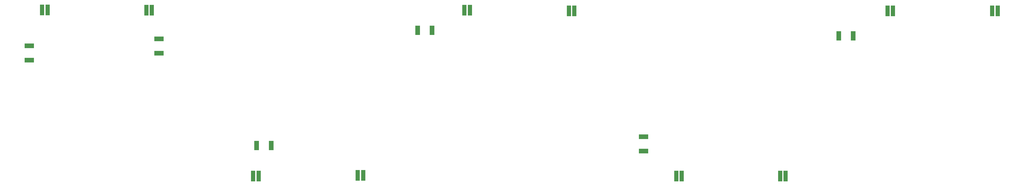
<source format=gbr>
G04 #@! TF.GenerationSoftware,KiCad,Pcbnew,5.0.2-bee76a0~70~ubuntu16.04.1*
G04 #@! TF.CreationDate,2019-05-02T01:50:19-04:00*
G04 #@! TF.ProjectId,BMS_Structural,424d535f-5374-4727-9563-747572616c2e,rev?*
G04 #@! TF.SameCoordinates,Original*
G04 #@! TF.FileFunction,Paste,Bot*
G04 #@! TF.FilePolarity,Positive*
%FSLAX46Y46*%
G04 Gerber Fmt 4.6, Leading zero omitted, Abs format (unit mm)*
G04 Created by KiCad (PCBNEW 5.0.2-bee76a0~70~ubuntu16.04.1) date Thu 02 May 2019 01:50:19 AM EDT*
%MOMM*%
%LPD*%
G01*
G04 APERTURE LIST*
%ADD10R,1.500000X4.000000*%
%ADD11R,3.500000X1.780000*%
%ADD12R,1.780000X3.500000*%
G04 APERTURE END LIST*
D10*
G04 #@! TO.C,RT11*
X27829000Y-21463000D03*
X29829000Y-21463000D03*
G04 #@! TD*
G04 #@! TO.C,RT12*
X67802000Y-21590000D03*
X65802000Y-21590000D03*
G04 #@! TD*
G04 #@! TO.C,RT21*
X106680000Y-82296000D03*
X104680000Y-82296000D03*
G04 #@! TD*
G04 #@! TO.C,RT22*
X144780000Y-82042000D03*
X142780000Y-82042000D03*
G04 #@! TD*
G04 #@! TO.C,RT31*
X183642000Y-21590000D03*
X181642000Y-21590000D03*
G04 #@! TD*
G04 #@! TO.C,RT32*
X221726000Y-21844000D03*
X219726000Y-21844000D03*
G04 #@! TD*
G04 #@! TO.C,RT41*
X260842000Y-82296000D03*
X258842000Y-82296000D03*
G04 #@! TD*
G04 #@! TO.C,RT42*
X298688000Y-82296000D03*
X296688000Y-82296000D03*
G04 #@! TD*
G04 #@! TO.C,RT51*
X337804000Y-21844000D03*
X335804000Y-21844000D03*
G04 #@! TD*
G04 #@! TO.C,RT52*
X375920000Y-21844000D03*
X373920000Y-21844000D03*
G04 #@! TD*
D11*
G04 #@! TO.C,F1*
X23114000Y-39878000D03*
X23114000Y-34598000D03*
G04 #@! TD*
D12*
G04 #@! TO.C,F2*
X111252000Y-71120000D03*
X105972000Y-71120000D03*
G04 #@! TD*
G04 #@! TO.C,F3*
X164592000Y-28956000D03*
X169872000Y-28956000D03*
G04 #@! TD*
D11*
G04 #@! TO.C,F4*
X246888000Y-73152000D03*
X246888000Y-67872000D03*
G04 #@! TD*
D12*
G04 #@! TO.C,F5*
X323288000Y-30988000D03*
X318008000Y-30988000D03*
G04 #@! TD*
D11*
G04 #@! TO.C,F13*
X70358000Y-37338000D03*
X70358000Y-32058000D03*
G04 #@! TD*
M02*

</source>
